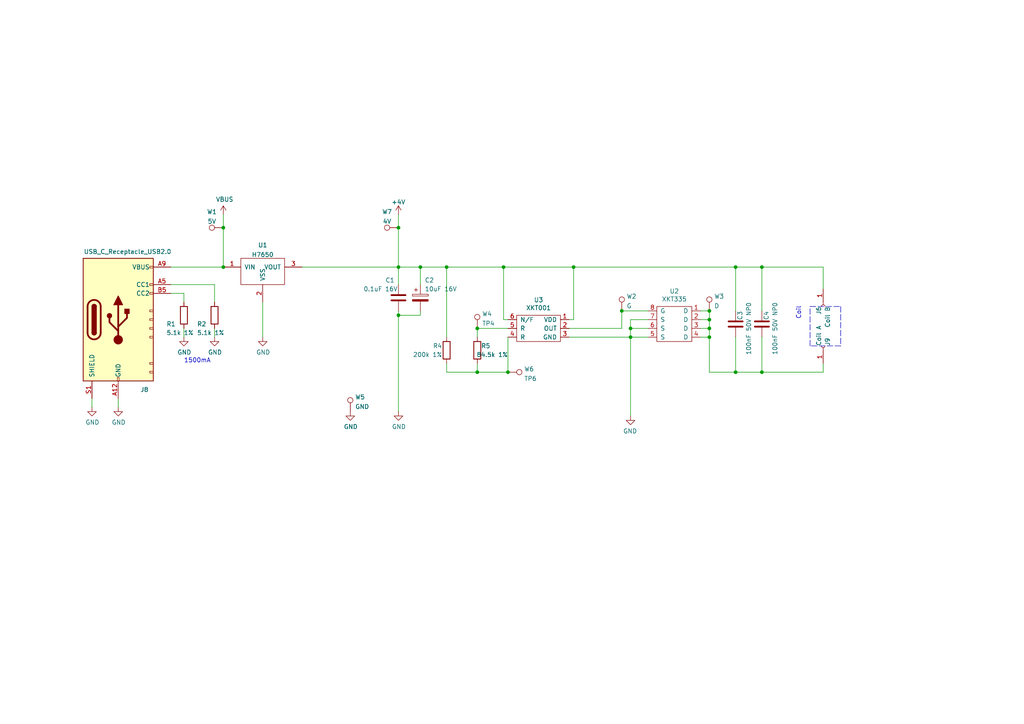
<source format=kicad_sch>
(kicad_sch (version 20211123) (generator eeschema)
  (paper "A4")
  (lib_symbols
    (symbol "Connector:Conn_01x01_Female" (pin_names (offset 1.016) hide)
      (property "Reference" "J" (at 0 2.54 0))
      (property "Value" "Conn_01x01_Female" (at 0 -2.54 0))
      (symbol "Conn_01x01_Female_1_1"
        (polyline (pts (xy -1.27 0) (xy -0.508 0)) (stroke (width 0.1524)))
        (arc (start 0 0.508) (mid -0.508 0) (end 0 -0.508) (stroke (width 0.1524)))
        (pin passive line (at -5.08 0 0) (length 3.81) (name "Pin_1") (number "1"))
      )
    )
    (symbol "Device:C" (pin_numbers hide) (pin_names (offset 0.254))
      (property "Reference" "C" (at 0.635 2.54 0))
      (property "Value" "C" (at 0.635 -2.54 0))
      (symbol "C_0_1"
        (polyline (pts (xy -2.032 -0.762) (xy 2.032 -0.762)) (stroke (width 0.508)))
        (polyline (pts (xy -2.032 0.762) (xy 2.032 0.762)) (stroke (width 0.508)))
      )
      (symbol "C_1_1"
        (pin passive line (at 0 3.81 270) (length 2.794) (name "~") (number "1"))
        (pin passive line (at 0 -3.81 90) (length 2.794) (name "~") (number "2"))
      )
    )
    (symbol "Device:CP" (pin_numbers hide) (pin_names (offset 0.254))
      (property "Reference" "C" (at 0.635 2.54 0))
      (property "Value" "Device_CP" (at 0.635 -2.54 0))
      (symbol "CP_0_1"
        (rectangle (start -2.286 0.508) (end 2.286 1.016))
        (polyline (pts (xy -1.778 2.286) (xy -0.762 2.286)))
        (polyline (pts (xy -1.27 2.794) (xy -1.27 1.778)))
        (rectangle (start 2.286 -0.508) (end -2.286 -1.016) (fill (type outline)))
      )
      (symbol "CP_1_1"
        (pin passive line (at 0 3.81 270) (length 2.794) (name "~") (number "1"))
        (pin passive line (at 0 -3.81 90) (length 2.794) (name "~") (number "2"))
      )
    )
    (symbol "Device:R" (pin_numbers hide) (pin_names (offset 0))
      (property "Reference" "R" (at 2.032 0 90))
      (property "Value" "R" (at 0 0 90))
      (symbol "R_0_1"
        (rectangle (start -1.016 -2.54) (end 1.016 2.54) (stroke (width 0.254)))
      )
      (symbol "R_1_1"
        (pin passive line (at 0 3.81 270) (length 1.27) (name "~") (number "1"))
        (pin passive line (at 0 -3.81 90) (length 1.27) (name "~") (number "2"))
      )
    )
    (symbol "Pixels-dice:H7650" (pin_names (offset 1.016))
      (property "Reference" "U" (at 3.81 -6.35 0))
      (property "Value" "H7650" (at 0 3.81 0))
      (symbol "H7650_0_1"
        (rectangle (start -6.35 2.54) (end 6.35 -5.08))
      )
      (symbol "H7650_1_1"
        (pin power_in line (at -11.43 0 0) (length 5.08) (name "VIN") (number "1"))
        (pin power_in line (at 0 -10.16 90) (length 5.08) (name "VSS") (number "2"))
        (pin power_out line (at 11.43 0 180) (length 5.08) (name "VOUT") (number "3"))
      )
    )
    (symbol "Pixels-dice:TEST_1P-conn" (pin_numbers hide) (pin_names (offset 0.762) hide)
      (property "Reference" "W" (at 0 6.858 0))
      (property "Value" "TEST_1P-conn" (at 0 5.08 0))
      (symbol "TEST_1P-conn_0_1"
        (circle (center 0 3.302) (radius 0.762))
      )
      (symbol "TEST_1P-conn_1_1"
        (pin passive line (at 0 0 90) (length 2.54) (name "1") (number "1"))
      )
    )
    (symbol "Pixels-dice:USB_C_Receptacle_USB2.0" (pin_names (offset 1.016))
      (property "Reference" "J" (at -10.16 19.05 0))
      (property "Value" "USB_C_Receptacle_USB2.0" (at 19.05 19.05 0))
      (symbol "USB_C_Receptacle_USB2.0_0_0"
        (rectangle (start -0.254 -17.78) (end 0.254 -16.764))
        (rectangle (start 10.16 -14.986) (end 9.144 -15.494))
        (rectangle (start 10.16 -12.446) (end 9.144 -12.954))
        (rectangle (start 10.16 -4.826) (end 9.144 -5.334))
        (rectangle (start 10.16 -2.286) (end 9.144 -2.794))
        (rectangle (start 10.16 0.254) (end 9.144 -0.254))
        (rectangle (start 10.16 2.794) (end 9.144 2.286))
        (rectangle (start 10.16 7.874) (end 9.144 7.366))
        (rectangle (start 10.16 10.414) (end 9.144 9.906))
        (rectangle (start 10.16 15.494) (end 9.144 14.986))
      )
      (symbol "USB_C_Receptacle_USB2.0_0_1"
        (rectangle (start -10.16 17.78) (end 10.16 -17.78) (stroke (width 0.254)) (fill (type background)))
        (arc (start -8.89 -3.81) (mid -6.985 -5.715) (end -5.08 -3.81) (stroke (width 0.508)))
        (arc (start -7.62 -3.81) (mid -6.985 -4.445) (end -6.35 -3.81) (stroke (width 0.254)))
        (arc (start -7.62 -3.81) (mid -6.985 -4.445) (end -6.35 -3.81) (stroke (width 0.254)) (fill (type outline)))
        (rectangle (start -7.62 -3.81) (end -6.35 3.81) (stroke (width 0.254)) (fill (type outline)))
        (arc (start -6.35 3.81) (mid -6.985 4.445) (end -7.62 3.81) (stroke (width 0.254)))
        (arc (start -6.35 3.81) (mid -6.985 4.445) (end -7.62 3.81) (stroke (width 0.254)) (fill (type outline)))
        (arc (start -5.08 3.81) (mid -6.985 5.715) (end -8.89 3.81) (stroke (width 0.508)))
        (circle (center -2.54 1.143) (radius 0.635) (stroke (width 0.254)) (fill (type outline)))
        (circle (center 0 -5.842) (radius 1.27) (fill (type outline)))
        (polyline (pts (xy -8.89 -3.81) (xy -8.89 3.81)) (stroke (width 0.508)))
        (polyline (pts (xy -5.08 3.81) (xy -5.08 -3.81)) (stroke (width 0.508)))
        (polyline (pts (xy 0 -5.842) (xy 0 4.318)) (stroke (width 0.508)))
        (polyline (pts (xy 0 -3.302) (xy -2.54 -0.762) (xy -2.54 0.508)) (stroke (width 0.508)))
        (polyline (pts (xy 0 -2.032) (xy 2.54 0.508) (xy 2.54 1.778)) (stroke (width 0.508)))
        (polyline (pts (xy -1.27 4.318) (xy 0 6.858) (xy 1.27 4.318) (xy -1.27 4.318)) (stroke (width 0.254)) (fill (type outline)))
        (rectangle (start 1.905 1.778) (end 3.175 3.048) (stroke (width 0.254)) (fill (type outline)))
      )
      (symbol "USB_C_Receptacle_USB2.0_1_1"
        (pin passive line (at 0 -22.86 90) (length 5.08) (name "GND") (number "A12"))
        (pin bidirectional line (at 15.24 10.16 180) (length 5.08) (name "CC1") (number "A5"))
        (pin passive line (at 15.24 15.24 180) (length 5.08) (name "VBUS") (number "A9"))
        (pin passive line (at 0 -22.86 90) (length 5.08) hide (name "GND") (number "B12"))
        (pin bidirectional line (at 15.24 7.62 180) (length 5.08) (name "CC2") (number "B5"))
        (pin passive line (at 15.24 15.24 180) (length 5.08) hide (name "VBUS") (number "B9"))
        (pin passive line (at -7.62 -22.86 90) (length 5.08) (name "SHIELD") (number "S1"))
      )
    )
    (symbol "Pixels-dice:XKT001" (pin_names (offset 1.016))
      (property "Reference" "U" (at 0 5.08 0))
      (property "Value" "XKT001" (at 0 -5.08 0))
      (symbol "XKT001_0_1"
        (rectangle (start -6.35 3.81) (end 6.35 -3.81))
      )
      (symbol "XKT001_1_1"
        (pin power_in line (at -8.89 2.54 0) (length 2.54) (name "VDD") (number "1"))
        (pin output line (at -8.89 0 0) (length 2.54) (name "OUT") (number "2"))
        (pin power_in line (at -8.89 -2.54 0) (length 2.54) (name "GND") (number "3"))
        (pin passive line (at 8.89 -2.54 180) (length 2.54) (name "R") (number "4"))
        (pin passive line (at 8.89 0 180) (length 2.54) (name "R") (number "5"))
        (pin input line (at 8.89 2.54 180) (length 2.54) (name "N/F") (number "6"))
      )
    )
    (symbol "Pixels-dice:XKT335" (pin_names (offset 1.016))
      (property "Reference" "U" (at 0 6.35 0))
      (property "Value" "XKT335" (at 0 -6.35 0))
      (symbol "XKT335_0_1"
        (rectangle (start -5.08 5.08) (end 5.08 -5.08))
      )
      (symbol "XKT335_1_1"
        (pin input line (at -7.62 3.81 0) (length 2.54) (name "D") (number "1"))
        (pin input line (at -7.62 1.27 0) (length 2.54) (name "D") (number "2"))
        (pin input line (at -7.62 -1.27 0) (length 2.54) (name "D") (number "3"))
        (pin input line (at -7.62 -3.81 0) (length 2.54) (name "D") (number "4"))
        (pin input line (at 7.62 -3.81 180) (length 2.54) (name "S") (number "5"))
        (pin input line (at 7.62 -1.27 180) (length 2.54) (name "S") (number "6"))
        (pin input line (at 7.62 1.27 180) (length 2.54) (name "S") (number "7"))
        (pin input line (at 7.62 3.81 180) (length 2.54) (name "G") (number "8"))
      )
    )
    (symbol "power:+4V" (power) (pin_names (offset 0))
      (property "Value" "+4V" (at 0 3.556 0))
      (symbol "+4V_0_1"
        (polyline (pts (xy -0.762 1.27) (xy 0 2.54)))
        (polyline (pts (xy 0 0) (xy 0 2.54)))
        (polyline (pts (xy 0 2.54) (xy 0.762 1.27)))
      )
      (symbol "+4V_1_1"
        (pin power_in line (at 0 0 90) (length 0) hide (name "+4V") (number "1"))
      )
    )
    (symbol "power:GND" (power) (pin_names (offset 0))
      (property "Value" "GND" (at 0 -3.81 0))
      (symbol "GND_0_1"
        (polyline (pts (xy 0 0) (xy 0 -1.27) (xy 1.27 -1.27) (xy 0 -2.54) (xy -1.27 -1.27) (xy 0 -1.27)))
      )
      (symbol "GND_1_1"
        (pin power_in line (at 0 0 270) (length 0) hide (name "GND") (number "1"))
      )
    )
    (symbol "power:VBUS" (power) (pin_names (offset 0))
      (property "Value" "VBUS" (at 0 3.81 0))
      (symbol "VBUS_0_1"
        (polyline (pts (xy -0.762 1.27) (xy 0 2.54)))
        (polyline (pts (xy 0 0) (xy 0 2.54)))
        (polyline (pts (xy 0 2.54) (xy 0.762 1.27)))
      )
      (symbol "VBUS_1_1"
        (pin power_in line (at 0 0 90) (length 0) hide (name "VBUS") (number "1"))
      )
    )
  )
  (junction (at 64.77 77.47))
  (junction (at 115.57 66.04))
  (junction (at 213.36 107.95))
  (junction (at 205.74 92.71))
  (junction (at 213.36 77.47))
  (junction (at 129.54 77.47))
  (junction (at 146.05 77.47))
  (junction (at 115.57 91.44))
  (junction (at 220.98 77.47))
  (junction (at 205.74 97.79))
  (junction (at 64.77 66.04))
  (junction (at 182.88 97.79))
  (junction (at 121.92 77.47))
  (junction (at 147.32 107.95))
  (junction (at 205.74 90.17))
  (junction (at 115.57 77.47))
  (junction (at 220.98 107.95))
  (junction (at 205.74 95.25))
  (junction (at 180.34 90.17))
  (junction (at 166.37 77.47))
  (junction (at 182.88 95.25))
  (junction (at 138.43 107.95))
  (junction (at 138.43 95.25))
  (wire (pts (xy 187.96 92.71) (xy 182.88 92.71)))
  (wire (pts (xy 165.1 95.25) (xy 180.34 95.25)))
  (wire (pts (xy 238.76 83.82) (xy 238.76 77.47)))
  (wire (pts (xy 203.2 92.71) (xy 205.74 92.71)))
  (wire (pts (xy 166.37 77.47) (xy 213.36 77.47)))
  (wire (pts (xy 129.54 107.95) (xy 129.54 105.41)))
  (wire (pts (xy 87.63 77.47) (xy 115.57 77.47)))
  (wire (pts (xy 121.92 91.44) (xy 115.57 91.44)))
  (wire (pts (xy 213.36 97.79) (xy 213.36 107.95)))
  (wire (pts (xy 147.32 97.79) (xy 147.32 107.95)))
  (wire (pts (xy 220.98 77.47) (xy 213.36 77.47)))
  (wire (pts (xy 182.88 97.79) (xy 182.88 120.65)))
  (wire (pts (xy 129.54 97.79) (xy 129.54 77.47)))
  (wire (pts (xy 220.98 107.95) (xy 238.76 107.95)))
  (wire (pts (xy 166.37 92.71) (xy 166.37 77.47)))
  (wire (pts (xy 147.32 92.71) (xy 146.05 92.71)))
  (wire (pts (xy 121.92 77.47) (xy 121.92 82.55)))
  (wire (pts (xy 182.88 97.79) (xy 187.96 97.79)))
  (wire (pts (xy 115.57 66.04) (xy 115.57 77.47)))
  (wire (pts (xy 147.32 107.95) (xy 138.43 107.95)))
  (wire (pts (xy 26.67 115.57) (xy 26.67 118.11)))
  (polyline (pts (xy 243.84 88.9) (xy 243.84 100.33)))
  (wire (pts (xy 138.43 95.25) (xy 147.32 95.25)))
  (wire (pts (xy 138.43 107.95) (xy 129.54 107.95)))
  (wire (pts (xy 220.98 97.79) (xy 220.98 107.95)))
  (wire (pts (xy 62.23 95.25) (xy 62.23 97.79)))
  (wire (pts (xy 64.77 77.47) (xy 64.77 66.04)))
  (wire (pts (xy 205.74 90.17) (xy 205.74 92.71)))
  (wire (pts (xy 146.05 77.47) (xy 129.54 77.47)))
  (wire (pts (xy 138.43 107.95) (xy 138.43 105.41)))
  (wire (pts (xy 53.34 85.09) (xy 53.34 87.63)))
  (wire (pts (xy 146.05 92.71) (xy 146.05 77.47)))
  (wire (pts (xy 203.2 95.25) (xy 205.74 95.25)))
  (wire (pts (xy 166.37 77.47) (xy 146.05 77.47)))
  (wire (pts (xy 76.2 87.63) (xy 76.2 97.79)))
  (wire (pts (xy 121.92 77.47) (xy 129.54 77.47)))
  (polyline (pts (xy 243.84 100.33) (xy 234.95 100.33)))
  (wire (pts (xy 205.74 95.25) (xy 205.74 97.79)))
  (wire (pts (xy 165.1 92.71) (xy 166.37 92.71)))
  (wire (pts (xy 115.57 91.44) (xy 115.57 119.38)))
  (wire (pts (xy 203.2 90.17) (xy 205.74 90.17)))
  (wire (pts (xy 115.57 77.47) (xy 121.92 77.47)))
  (wire (pts (xy 64.77 66.04) (xy 64.77 62.23)))
  (wire (pts (xy 220.98 90.17) (xy 220.98 77.47)))
  (wire (pts (xy 238.76 77.47) (xy 220.98 77.47)))
  (wire (pts (xy 49.53 82.55) (xy 62.23 82.55)))
  (wire (pts (xy 121.92 90.17) (xy 121.92 91.44)))
  (polyline (pts (xy 234.95 100.33) (xy 234.95 88.9)))
  (wire (pts (xy 182.88 92.71) (xy 182.88 95.25)))
  (wire (pts (xy 49.53 85.09) (xy 53.34 85.09)))
  (wire (pts (xy 62.23 82.55) (xy 62.23 87.63)))
  (wire (pts (xy 49.53 77.47) (xy 64.77 77.47)))
  (wire (pts (xy 34.29 115.57) (xy 34.29 118.11)))
  (wire (pts (xy 205.74 92.71) (xy 205.74 95.25)))
  (wire (pts (xy 213.36 107.95) (xy 220.98 107.95)))
  (wire (pts (xy 182.88 97.79) (xy 165.1 97.79)))
  (wire (pts (xy 187.96 95.25) (xy 182.88 95.25)))
  (wire (pts (xy 115.57 82.55) (xy 115.57 77.47)))
  (wire (pts (xy 180.34 90.17) (xy 187.96 90.17)))
  (wire (pts (xy 180.34 95.25) (xy 180.34 90.17)))
  (wire (pts (xy 213.36 90.17) (xy 213.36 77.47)))
  (wire (pts (xy 205.74 107.95) (xy 213.36 107.95)))
  (wire (pts (xy 182.88 95.25) (xy 182.88 97.79)))
  (wire (pts (xy 53.34 95.25) (xy 53.34 97.79)))
  (wire (pts (xy 138.43 97.79) (xy 138.43 95.25)))
  (wire (pts (xy 115.57 90.17) (xy 115.57 91.44)))
  (wire (pts (xy 205.74 97.79) (xy 205.74 107.95)))
  (wire (pts (xy 238.76 107.95) (xy 238.76 105.41)))
  (polyline (pts (xy 234.95 88.9) (xy 243.84 88.9)))
  (wire (pts (xy 205.74 97.79) (xy 203.2 97.79)))
  (wire (pts (xy 115.57 62.23) (xy 115.57 66.04)))
  (text "Coil" (at 232.41 92.71 90) (effects (font (size 1.27 1.27)) (justify left bottom)))
  (text "1500mA" (at 53.34 105.41 0) (effects (font (size 1.27 1.27)) (justify left bottom)))
  (symbol (lib_id "Pixels-dice:USB_C_Receptacle_USB2.0") (at 34.29 92.71 0) (unit 1)
    (property "Reference" "J8" (at 41.91 113.03 0))
    (property "Value" "USB_C_Receptacle_USB2.0" (at 37.0078 72.9996 0))
    (property "Footprint" "Pixels-dice:USB-C-SMD_10P-P1.00-L6.8-W8.9" (effects hide))
    (property "Datasheet" "https://www.usb.org/sites/default/files/documents/usb_type-c.zip" (effects hide))
    (property "LCSC Part Number" "C283540" (effects hide))
    (property "Part Number" "TYPE-C-31-M-17" (effects hide))
    (property "Manufacturer" "Korean Hroparts Elec" (effects hide))
  )
  (symbol (lib_id "Device:C") (at 220.98 93.98 0) (mirror x) (unit 1)
    (property "Reference" "C4" (at 222.25 90.17 90) (effects (justify left)))
    (property "Value" "100nF 50V NP0" (at 224.79 87.63 90) (effects (justify left)))
    (property "Footprint" "Capacitor_SMD:C_1206_3216Metric" (effects hide))
    (property "LCSC Part Number" "C170182" (effects hide))
    (property "Part Number" "1206N104J500CT" (effects hide))
    (property "Manufacturer" "Walsin Tech Corp" (effects hide))
  )
  (symbol (lib_id "Device:R") (at 62.23 91.44 180) (unit 1)
    (property "Reference" "R2" (at 57.15 93.98 0) (effects (justify right)))
    (property "Value" "5.1k 1%" (at 57.15 96.52 0) (effects (justify right)))
    (property "Footprint" "Resistor_SMD:R_0402_1005Metric" (effects hide))
    (property "LCSC Part Number" "C25905" (effects hide))
    (property "Part Number" "0402WGF5101TCE" (effects hide))
    (property "Manufacturer" "UNI-ROYAL(Uniroyal Elec)" (effects hide))
  )
  (symbol (lib_id "power:GND") (at 26.67 118.11 0) (unit 1)
    (property "Reference" "#PWR013" (effects hide))
    (property "Value" "GND" (at 26.797 122.5042 0))
  )
  (symbol (lib_id "power:GND") (at 34.29 118.11 0) (unit 1)
    (property "Reference" "#PWR014" (effects hide))
    (property "Value" "GND" (at 34.417 122.5042 0))
  )
  (symbol (lib_id "power:GND") (at 53.34 97.79 0) (unit 1)
    (property "Reference" "#PWR010" (effects hide))
    (property "Value" "GND" (at 53.467 102.1842 0))
  )
  (symbol (lib_id "Device:CP") (at 121.92 86.36 0) (unit 1)
    (property "Reference" "C2" (at 123.19 81.28 0) (effects (justify left)))
    (property "Value" "10uF 16V" (at 123.19 83.82 0) (effects (justify left)))
    (property "Footprint" "Capacitor_SMD:C_0805_2012Metric" (effects hide))
    (property "LCSC Part Number" "C15850" (effects hide))
    (property "Part Number" "CL21A106KAYNNNE" (effects hide))
    (property "Manufacturer" "Samsung Electro-Mechanics" (effects hide))
  )
  (symbol (lib_id "Device:C") (at 115.57 86.36 0) (unit 1)
    (property "Reference" "C1" (at 111.76 81.28 0) (effects (justify left)))
    (property "Value" "0.1uF 16V" (at 105.41 83.82 0) (effects (justify left)))
    (property "Footprint" "Capacitor_SMD:C_0603_1608Metric" (effects hide))
    (property "LCSC Part Number" "C66501" (effects hide))
    (property "Part Number" "CL10B104KO8NNNC" (effects hide))
    (property "Manufacturer" "Samsung Electro-Mechanics" (effects hide))
  )
  (symbol (lib_id "power:GND") (at 115.57 119.38 0) (unit 1)
    (property "Reference" "#PWR018" (effects hide))
    (property "Value" "GND" (at 115.697 123.7742 0))
  )
  (symbol (lib_id "Connector:Conn_01x01_Female") (at 238.76 100.33 270) (mirror x) (unit 1)
    (property "Reference" "J9" (at 240.03 100.33 0) (effects (justify left)))
    (property "Value" "Coil A" (at 237.49 100.33 0) (effects (justify left)))
    (property "Footprint" "TestPoint:TestPoint_THTPad_D2.0mm_Drill1.0mm" (effects hide))
  )
  (symbol (lib_id "Connector:Conn_01x01_Female") (at 238.76 88.9 90) (mirror x) (unit 1)
    (property "Reference" "J6" (at 237.49 88.9 0) (effects (justify left)))
    (property "Value" "Coil B" (at 240.03 88.9 0) (effects (justify left)))
    (property "Footprint" "TestPoint:TestPoint_THTPad_D2.0mm_Drill1.0mm" (effects hide))
  )
  (symbol (lib_id "Device:C") (at 213.36 93.98 0) (mirror x) (unit 1)
    (property "Reference" "C3" (at 214.63 90.17 90) (effects (justify left)))
    (property "Value" "100nF 50V NP0" (at 217.17 87.63 90) (effects (justify left)))
    (property "Footprint" "Capacitor_SMD:C_1206_3216Metric" (effects hide))
    (property "LCSC Part Number" "C170182" (effects hide))
    (property "Part Number" "1206N104J500CT" (effects hide))
    (property "Manufacturer" "Walsin Tech Corp" (effects hide))
  )
  (symbol (lib_id "Pixels-dice:XKT001") (at 156.21 95.25 0) (mirror y) (unit 1)
    (property "Reference" "U3" (at 156.21 86.995 0))
    (property "Value" "XKT001" (at 156.21 89.3064 0))
    (property "Footprint" "Package_TO_SOT_SMD:SOT-23-6" (effects hide))
    (property "Manufacturer" "XKT" (effects hide))
    (property "Part Number" "001" (effects hide))
  )
  (symbol (lib_id "Pixels-dice:XKT335") (at 195.58 93.98 0) (mirror y) (unit 1)
    (property "Reference" "U2" (at 195.58 84.455 0))
    (property "Value" "XKT335" (at 195.58 86.7664 0))
    (property "Footprint" "Pixels-dice:SOIC-8_3.9x4.9mm_P1.27mm" (effects hide))
    (property "Manufacturer" "XKT" (effects hide))
    (property "Part Number" "335" (effects hide))
  )
  (symbol (lib_id "Device:R") (at 129.54 101.6 0) (mirror x) (unit 1)
    (property "Reference" "R4" (at 128.27 100.33 0) (effects (justify right)))
    (property "Value" "200k 1%" (at 128.27 102.87 0) (effects (justify right)))
    (property "Footprint" "Resistor_SMD:R_0603_1608Metric" (effects hide))
    (property "LCSC Part Number" "C25811" (effects hide))
    (property "Part Number" "0603WAF2003T5E" (effects hide))
    (property "Manufacturer" "UNI-ROYAL(Uniroyal Elec)" (effects hide))
  )
  (symbol (lib_id "Device:R") (at 138.43 101.6 0) (mirror x) (unit 1)
    (property "Reference" "R5" (at 142.24 100.33 0) (effects (justify right)))
    (property "Value" "84.5k 1%" (at 147.32 102.87 0) (effects (justify right)))
    (property "Footprint" "Resistor_SMD:R_0603_1608Metric" (effects hide))
    (property "LCSC Part Number" "C23118" (effects hide))
    (property "Part Number" "0603WAF8452T5E" (effects hide))
    (property "Manufacturer" "UNI-ROYAL(Uniroyal Elec)" (effects hide))
  )
  (symbol (lib_id "power:GND") (at 182.88 120.65 0) (mirror y) (unit 1)
    (property "Reference" "#PWR019" (effects hide))
    (property "Value" "GND" (at 182.753 125.0442 0))
  )
  (symbol (lib_id "Device:R") (at 53.34 91.44 180) (unit 1)
    (property "Reference" "R1" (at 48.26 93.98 0) (effects (justify right)))
    (property "Value" "5.1k 1%" (at 48.26 96.52 0) (effects (justify right)))
    (property "Footprint" "Resistor_SMD:R_0402_1005Metric" (effects hide))
    (property "LCSC Part Number" "C25905" (effects hide))
    (property "Part Number" "0402WGF5101TCE" (effects hide))
    (property "Manufacturer" "UNI-ROYAL(Uniroyal Elec)" (effects hide))
  )
  (symbol (lib_id "power:VBUS") (at 64.77 62.23 0) (unit 1)
    (property "Reference" "#PWR01" (effects hide))
    (property "Value" "VBUS" (at 65.151 57.8358 0))
  )
  (symbol (lib_id "power:GND") (at 62.23 97.79 0) (unit 1)
    (property "Reference" "#PWR011" (effects hide))
    (property "Value" "GND" (at 62.357 102.1842 0))
  )
  (symbol (lib_id "Pixels-dice:TEST_1P-conn") (at 115.57 66.04 90) (unit 1)
    (property "Reference" "W7" (at 112.268 61.4385 90))
    (property "Value" "4V" (at 112.268 64.2136 90))
    (property "Footprint" "Pixels-dice:TEST_PIN" (effects hide))
  )
  (symbol (lib_id "power:GND") (at 101.6 119.38 0) (unit 1)
    (property "Reference" "#PWR02" (effects hide))
    (property "Value" "GND" (at 101.727 123.7742 0))
  )
  (symbol (lib_id "Pixels-dice:TEST_1P-conn") (at 147.32 107.95 270) (unit 1)
    (property "Reference" "W6" (at 152.019 107.0415 90) (effects (justify left)))
    (property "Value" "TP6" (at 152.019 109.8166 90) (effects (justify left)))
    (property "Footprint" "Pixels-dice:TEST_PIN" (effects hide))
  )
  (symbol (lib_id "Pixels-dice:H7650") (at 76.2 77.47 0) (unit 1)
    (property "Reference" "U1" (at 76.2 71.0905 0))
    (property "Value" "H7650" (at 76.2 73.8656 0))
    (property "Footprint" "Package_TO_SOT_SMD:SOT-223" (effects hide))
    (property "LCSC Part Number" "C411047" (effects hide))
    (property "Manufacturer" "Shanghai Siproin Microelectronics" (effects hide))
    (property "Part Number" "H7650-40GR" (effects hide))
  )
  (symbol (lib_id "Pixels-dice:TEST_1P-conn") (at 101.6 119.38 0) (unit 1)
    (property "Reference" "W5" (at 102.997 115.1695 0) (effects (justify left)))
    (property "Value" "GND" (at 102.997 117.9446 0) (effects (justify left)))
    (property "Footprint" "Pixels-dice:TEST_PIN" (effects hide))
  )
  (symbol (lib_id "Pixels-dice:TEST_1P-conn") (at 64.77 66.04 90) (unit 1)
    (property "Reference" "W1" (at 61.468 61.4385 90))
    (property "Value" "5V" (at 61.468 64.2136 90))
    (property "Footprint" "Pixels-dice:TEST_PIN" (effects hide))
  )
  (symbol (lib_id "Pixels-dice:TEST_1P-conn") (at 138.43 95.25 0) (unit 1)
    (property "Reference" "W4" (at 139.827 91.0395 0) (effects (justify left)))
    (property "Value" "TP4" (at 139.827 93.8146 0) (effects (justify left)))
    (property "Footprint" "Pixels-dice:TEST_PIN" (effects hide))
  )
  (symbol (lib_id "Pixels-dice:TEST_1P-conn") (at 205.74 90.17 0) (unit 1)
    (property "Reference" "W3" (at 207.137 85.9595 0) (effects (justify left)))
    (property "Value" "D" (at 207.137 88.7346 0) (effects (justify left)))
    (property "Footprint" "Pixels-dice:TEST_PIN" (effects hide))
  )
  (symbol (lib_id "power:+4V") (at 115.57 62.23 0) (unit 1)
    (property "Reference" "#PWR0102" (effects hide))
    (property "Value" "+4V" (at 115.57 58.6255 0))
  )
  (symbol (lib_id "power:GND") (at 76.2 97.79 0) (unit 1)
    (property "Reference" "#PWR0101" (effects hide))
    (property "Value" "GND" (at 76.327 102.1842 0))
  )
  (symbol (lib_id "Pixels-dice:TEST_1P-conn") (at 180.34 90.17 0) (unit 1)
    (property "Reference" "W2" (at 181.737 85.9595 0) (effects (justify left)))
    (property "Value" "G" (at 181.737 88.7346 0) (effects (justify left)))
    (property "Footprint" "Pixels-dice:TEST_PIN" (effects hide))
  )
)
</source>
